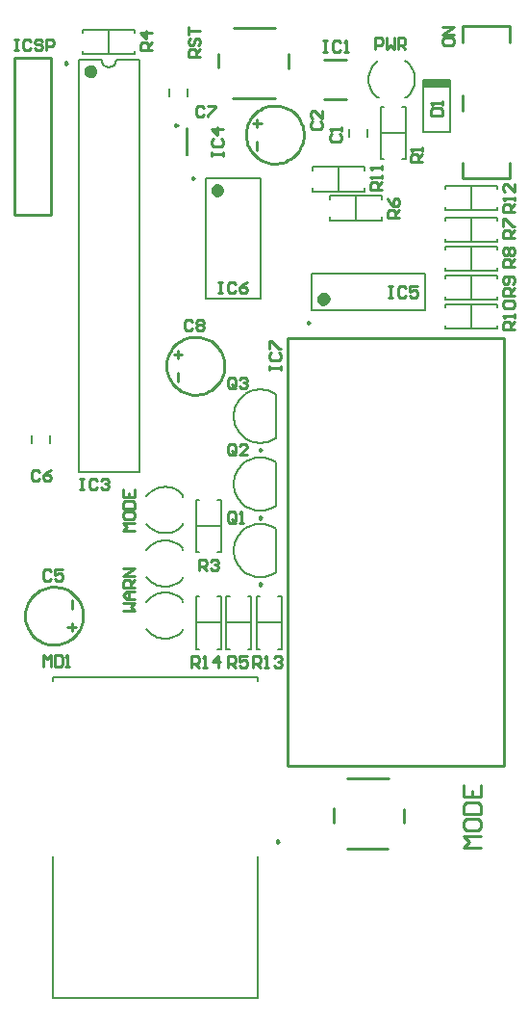
<source format=gto>
G04*
G04 #@! TF.GenerationSoftware,Altium Limited,Altium Designer,20.2.3 (150)*
G04*
G04 Layer_Color=65535*
%FSLAX25Y25*%
%MOIN*%
G70*
G04*
G04 #@! TF.SameCoordinates,B26AD540-6E08-4B25-974C-445F4708D01E*
G04*
G04*
G04 #@! TF.FilePolarity,Positive*
G04*
G01*
G75*
%ADD10C,0.00787*%
%ADD11C,0.00984*%
%ADD12C,0.02362*%
%ADD13C,0.01000*%
%ADD14R,0.09291X0.02622*%
D10*
X541200Y192200D02*
X540501Y192919D01*
X539718Y193546D01*
X538862Y194069D01*
X537948Y194482D01*
X536990Y194778D01*
X536002Y194951D01*
X535000Y195000D01*
X535000Y179000D02*
X536003Y179057D01*
X536991Y179237D01*
X537949Y179538D01*
X538863Y179955D01*
X539718Y180482D01*
X540501Y181111D01*
X541200Y181832D01*
X528544Y182275D02*
X529142Y181552D01*
X529820Y180903D01*
X530570Y180339D01*
X531380Y179866D01*
X532241Y179491D01*
X533139Y179219D01*
X534063Y179055D01*
X535000Y179000D01*
Y195000D02*
X534063Y194945D01*
X533139Y194781D01*
X532241Y194509D01*
X531380Y194134D01*
X530570Y193661D01*
X529820Y193097D01*
X529142Y192448D01*
X528544Y191725D01*
X573256Y217114D02*
X572399Y217639D01*
X571490Y218069D01*
X570539Y218397D01*
X569558Y218620D01*
X568559Y218735D01*
X567553Y218741D01*
X566553Y218638D01*
X565570Y218427D01*
X564615Y218110D01*
X563700Y217692D01*
X562837Y217177D01*
X562034Y216571D01*
X561302Y215882D01*
X560648Y215117D01*
X560082Y214286D01*
X559610Y213398D01*
X559236Y212465D01*
X558966Y211496D01*
X558803Y210504D01*
X558748Y209499D01*
X558803Y208495D01*
X558966Y207503D01*
X559236Y206534D01*
X559610Y205600D01*
X560083Y204713D01*
X560649Y203882D01*
X561303Y203117D01*
X562035Y202428D01*
X562838Y201822D01*
X563702Y201307D01*
X564616Y200889D01*
X565571Y200572D01*
X566554Y200362D01*
X567555Y200259D01*
X568561Y200265D01*
X569560Y200380D01*
X570540Y200604D01*
X571491Y200932D01*
X572400Y201361D01*
X573258Y201887D01*
X573256Y240114D02*
X572399Y240639D01*
X571490Y241069D01*
X570539Y241397D01*
X569558Y241620D01*
X568559Y241735D01*
X567553Y241741D01*
X566553Y241638D01*
X565570Y241427D01*
X564615Y241110D01*
X563700Y240692D01*
X562837Y240177D01*
X562034Y239571D01*
X561302Y238882D01*
X560648Y238117D01*
X560082Y237286D01*
X559610Y236398D01*
X559236Y235465D01*
X558966Y234496D01*
X558803Y233504D01*
X558748Y232499D01*
X558803Y231495D01*
X558966Y230503D01*
X559236Y229534D01*
X559610Y228600D01*
X560083Y227713D01*
X560649Y226882D01*
X561303Y226117D01*
X562035Y225428D01*
X562838Y224822D01*
X563702Y224307D01*
X564616Y223889D01*
X565571Y223572D01*
X566554Y223362D01*
X567555Y223259D01*
X568561Y223265D01*
X569560Y223380D01*
X570540Y223604D01*
X571491Y223932D01*
X572400Y224361D01*
X573258Y224887D01*
X573256Y263614D02*
X572399Y264139D01*
X571490Y264569D01*
X570539Y264897D01*
X569558Y265120D01*
X568559Y265235D01*
X567553Y265241D01*
X566553Y265138D01*
X565570Y264927D01*
X564615Y264611D01*
X563700Y264192D01*
X562837Y263677D01*
X562034Y263071D01*
X561302Y262382D01*
X560648Y261617D01*
X560082Y260786D01*
X559610Y259898D01*
X559236Y258965D01*
X558966Y257996D01*
X558803Y257003D01*
X558748Y255999D01*
X558803Y254995D01*
X558966Y254003D01*
X559236Y253034D01*
X559610Y252100D01*
X560083Y251213D01*
X560649Y250382D01*
X561303Y249617D01*
X562035Y248928D01*
X562838Y248322D01*
X563702Y247807D01*
X564616Y247389D01*
X565571Y247073D01*
X566554Y246862D01*
X567555Y246759D01*
X568561Y246765D01*
X569560Y246881D01*
X570540Y247104D01*
X571491Y247432D01*
X572400Y247862D01*
X573258Y248387D01*
X541200Y210200D02*
X540501Y210919D01*
X539718Y211546D01*
X538862Y212069D01*
X537948Y212482D01*
X536990Y212778D01*
X536002Y212951D01*
X535000Y213000D01*
X535000Y197000D02*
X536003Y197056D01*
X536991Y197237D01*
X537949Y197538D01*
X538863Y197955D01*
X539718Y198482D01*
X540501Y199111D01*
X541200Y199832D01*
X528544Y200275D02*
X529142Y199552D01*
X529820Y198903D01*
X530570Y198338D01*
X531380Y197866D01*
X532241Y197491D01*
X533139Y197219D01*
X534063Y197055D01*
X535000Y197000D01*
Y213000D02*
X534063Y212945D01*
X533139Y212781D01*
X532241Y212509D01*
X531380Y212134D01*
X530570Y211662D01*
X529820Y211097D01*
X529142Y210448D01*
X528544Y209725D01*
X541200Y228700D02*
X540501Y229419D01*
X539718Y230046D01*
X538862Y230569D01*
X537948Y230982D01*
X536990Y231278D01*
X536002Y231451D01*
X535000Y231500D01*
X535000Y215500D02*
X536003Y215557D01*
X536991Y215737D01*
X537949Y216038D01*
X538863Y216455D01*
X539718Y216982D01*
X540501Y217611D01*
X541200Y218332D01*
X528544Y218775D02*
X529142Y218052D01*
X529820Y217403D01*
X530570Y216839D01*
X531380Y216366D01*
X532241Y215991D01*
X533139Y215719D01*
X534063Y215555D01*
X535000Y215500D01*
Y231500D02*
X534063Y231445D01*
X533139Y231281D01*
X532241Y231009D01*
X531380Y230634D01*
X530570Y230161D01*
X529820Y229597D01*
X529142Y228948D01*
X528544Y228225D01*
X513000Y379260D02*
X513190Y378303D01*
X513732Y377492D01*
X514543Y376950D01*
X515500Y376760D01*
X516457Y376950D01*
X517268Y377492D01*
X517810Y378303D01*
X518000Y379260D01*
X618700Y366300D02*
X619419Y366999D01*
X620046Y367782D01*
X620569Y368638D01*
X620982Y369552D01*
X621278Y370510D01*
X621451Y371498D01*
X621500Y372500D01*
X605500Y372500D02*
X605556Y371497D01*
X605737Y370509D01*
X606038Y369551D01*
X606455Y368637D01*
X606982Y367782D01*
X607611Y366999D01*
X608332Y366300D01*
X608775Y378956D02*
X608052Y378358D01*
X607403Y377680D01*
X606839Y376930D01*
X606366Y376120D01*
X605991Y375259D01*
X605719Y374361D01*
X605555Y373437D01*
X605500Y372500D01*
X621500D02*
X621445Y373437D01*
X621281Y374361D01*
X621009Y375259D01*
X620634Y376120D01*
X620161Y376930D01*
X619597Y377680D01*
X618948Y378358D01*
X618225Y378956D01*
X624449Y354183D02*
Y372431D01*
X633740D01*
Y354183D02*
Y372431D01*
X624449Y354183D02*
X633740D01*
X541200Y191571D02*
Y192100D01*
Y181900D02*
Y182429D01*
X545669Y184500D02*
X554331D01*
X553150Y175445D02*
X554331D01*
Y193555D01*
X553150D02*
X554331D01*
X545669D02*
X546850D01*
X545669Y175445D02*
Y193555D01*
Y175445D02*
X546850D01*
X585815Y292701D02*
X625185D01*
X585815Y305299D02*
X625185D01*
X585815Y292701D02*
Y305299D01*
X625185Y292701D02*
Y305299D01*
X566669Y184500D02*
X575331D01*
X574150Y175445D02*
X575331D01*
Y193555D01*
X574150D02*
X575331D01*
X566669D02*
X567850D01*
X566669Y175445D02*
Y193555D01*
Y175445D02*
X567850D01*
X549051Y296831D02*
Y338169D01*
X567949Y296831D02*
Y338169D01*
X549051D02*
X567949D01*
X549051Y296831D02*
X567949D01*
X601000Y323669D02*
Y332331D01*
X610055Y331150D02*
Y332331D01*
X591945D02*
X610055D01*
X591945Y331150D02*
Y332331D01*
Y323669D02*
Y324850D01*
Y323669D02*
X610055D01*
Y324850D01*
X641000Y316169D02*
Y324831D01*
X650055Y323650D02*
Y324831D01*
X631945D02*
X650055D01*
X631945Y323650D02*
Y324831D01*
Y316169D02*
Y317350D01*
Y316169D02*
X650055D01*
Y317350D01*
X641012Y306169D02*
Y314831D01*
X650067Y313650D02*
Y314831D01*
X631957D02*
X650067D01*
X631957Y313650D02*
Y314831D01*
Y306169D02*
Y307350D01*
Y306169D02*
X650067D01*
Y307350D01*
X641012Y296169D02*
Y304831D01*
X650067Y303650D02*
Y304831D01*
X631957D02*
X650067D01*
X631957Y303650D02*
Y304831D01*
Y296169D02*
Y297350D01*
Y296169D02*
X650067D01*
Y297350D01*
X641024Y286169D02*
Y294831D01*
X650079Y293650D02*
Y294831D01*
X631968D02*
X650079D01*
X631968Y293650D02*
Y294831D01*
Y286169D02*
Y287350D01*
Y286169D02*
X650079D01*
Y287350D01*
X595000Y333669D02*
Y342331D01*
X604055Y341150D02*
Y342331D01*
X585945D02*
X604055D01*
X585945Y341150D02*
Y342331D01*
Y333669D02*
Y334850D01*
Y333669D02*
X604055D01*
Y334850D01*
X641000Y327169D02*
Y335831D01*
X650055Y334650D02*
Y335831D01*
X631945D02*
X650055D01*
X631945Y334650D02*
Y335831D01*
Y327169D02*
Y328350D01*
Y327169D02*
X650055D01*
Y328350D01*
X573256Y201887D02*
Y217113D01*
Y224887D02*
Y240113D01*
Y248387D02*
Y263613D01*
X556169Y184500D02*
X564831D01*
X563650Y175445D02*
X564831D01*
Y193555D01*
X563650D02*
X564831D01*
X556169D02*
X557350D01*
X556169Y175445D02*
Y193555D01*
Y175445D02*
X557350D01*
X545669Y218000D02*
X554331D01*
X553150Y208945D02*
X554331D01*
Y227055D01*
X553150D02*
X554331D01*
X545669D02*
X546850D01*
X545669Y208945D02*
Y227055D01*
Y208945D02*
X546850D01*
X541200Y209571D02*
Y210100D01*
Y199900D02*
Y200429D01*
Y228071D02*
Y228600D01*
Y218400D02*
Y218929D01*
X495150Y246622D02*
Y249378D01*
X488850Y246622D02*
Y249378D01*
X515500Y381169D02*
Y389831D01*
X506445Y381169D02*
Y382350D01*
Y381169D02*
X524555D01*
Y382350D01*
Y388650D02*
Y389831D01*
X506445D02*
X524555D01*
X506445Y388650D02*
Y389831D01*
X505067Y236740D02*
Y379260D01*
X525933Y236740D02*
Y379260D01*
X505067D02*
X513000D01*
X518000D02*
X525933D01*
X505067Y236740D02*
X525933D01*
X542650Y366622D02*
Y369378D01*
X536350Y366622D02*
Y369378D01*
X542303Y355528D02*
X542697D01*
X542303Y346472D02*
X542697D01*
X542303D02*
Y355528D01*
X542697Y346472D02*
Y355528D01*
X598850Y352622D02*
Y355378D01*
X605150Y352622D02*
Y355378D01*
X618071Y366300D02*
X618600D01*
X608400D02*
X608929D01*
X609669Y354000D02*
X618331D01*
X617150Y344945D02*
X618331D01*
Y363055D01*
X617150D02*
X618331D01*
X609669D02*
X610850D01*
X609669Y344945D02*
Y363055D01*
Y344945D02*
X610850D01*
X567000Y54500D02*
Y103524D01*
Y164476D02*
Y165500D01*
X496000D02*
X567000D01*
X496000Y54500D02*
Y103524D01*
Y164476D02*
Y165500D01*
Y54500D02*
X567000D01*
D11*
X585146Y288272D02*
X584408Y288698D01*
Y287845D01*
X585146Y288272D01*
X545114Y338347D02*
X544376Y338773D01*
Y337920D01*
X545114Y338347D01*
X568492Y197886D02*
X567754Y198312D01*
Y197460D01*
X568492Y197886D01*
Y220886D02*
X567754Y221312D01*
Y220460D01*
X568492Y220886D01*
Y244386D02*
X567754Y244812D01*
Y243960D01*
X568492Y244386D01*
X500992Y378118D02*
X500254Y378544D01*
Y377692D01*
X500992Y378118D01*
X539252Y356610D02*
X538514Y357036D01*
Y356184D01*
X539252Y356610D01*
X574477Y108740D02*
X573739Y109166D01*
Y108314D01*
X574477Y108740D01*
D12*
X590933Y296638D02*
X590488Y297561D01*
X589489Y297789D01*
X588688Y297150D01*
Y296125D01*
X589489Y295486D01*
X590488Y295714D01*
X590933Y296638D01*
X554169Y334232D02*
X553725Y335156D01*
X552725Y335384D01*
X551924Y334745D01*
Y333720D01*
X552725Y333081D01*
X553725Y333309D01*
X554169Y334232D01*
X510185Y375323D02*
X509740Y376246D01*
X508741Y376474D01*
X507940Y375835D01*
Y374810D01*
X508741Y374171D01*
X509740Y374399D01*
X510185Y375323D01*
D13*
X506539Y186937D02*
X506490Y187937D01*
X506340Y188926D01*
X506093Y189896D01*
X505751Y190837D01*
X505317Y191738D01*
X504795Y192592D01*
X504191Y193390D01*
X503510Y194124D01*
X502759Y194786D01*
X501947Y195370D01*
X501080Y195871D01*
X500168Y196282D01*
X499219Y196601D01*
X498243Y196824D01*
X497250Y196948D01*
X496250Y196973D01*
X495252Y196898D01*
X494266Y196725D01*
X493303Y196454D01*
X492371Y196088D01*
X491480Y195631D01*
X490640Y195088D01*
X489857Y194464D01*
X489141Y193765D01*
X488497Y192999D01*
X487933Y192172D01*
X487455Y191293D01*
X487066Y190371D01*
X486771Y189414D01*
X486573Y188433D01*
X486473Y187437D01*
Y186437D01*
X486573Y185441D01*
X486771Y184460D01*
X487066Y183503D01*
X487455Y182581D01*
X487933Y181702D01*
X488497Y180875D01*
X489141Y180108D01*
X489857Y179410D01*
X490640Y178786D01*
X491480Y178243D01*
X492371Y177786D01*
X493303Y177420D01*
X494266Y177149D01*
X495252Y176976D01*
X496250Y176901D01*
X497250Y176926D01*
X498243Y177050D01*
X499219Y177273D01*
X500168Y177592D01*
X501080Y178003D01*
X501947Y178504D01*
X502759Y179088D01*
X503510Y179750D01*
X504191Y180484D01*
X504795Y181282D01*
X505317Y182136D01*
X505751Y183037D01*
X506093Y183978D01*
X506340Y184948D01*
X506490Y185937D01*
X506539Y186937D01*
X555539Y273437D02*
X555489Y274437D01*
X555340Y275426D01*
X555093Y276396D01*
X554751Y277337D01*
X554317Y278238D01*
X553795Y279092D01*
X553191Y279890D01*
X552510Y280624D01*
X551759Y281286D01*
X550947Y281870D01*
X550080Y282371D01*
X549168Y282782D01*
X548219Y283101D01*
X547243Y283324D01*
X546250Y283448D01*
X545250Y283473D01*
X544252Y283399D01*
X543266Y283225D01*
X542303Y282954D01*
X541371Y282588D01*
X540480Y282131D01*
X539640Y281588D01*
X538857Y280964D01*
X538141Y280265D01*
X537497Y279499D01*
X536934Y278672D01*
X536455Y277793D01*
X536066Y276871D01*
X535771Y275914D01*
X535573Y274933D01*
X535473Y273937D01*
Y272937D01*
X535573Y271941D01*
X535771Y270960D01*
X536066Y270003D01*
X536455Y269081D01*
X536934Y268202D01*
X537497Y267375D01*
X538141Y266609D01*
X538857Y265910D01*
X539640Y265286D01*
X540480Y264743D01*
X541371Y264286D01*
X542303Y263920D01*
X543266Y263649D01*
X544252Y263476D01*
X545250Y263401D01*
X546250Y263426D01*
X547243Y263550D01*
X548219Y263773D01*
X549168Y264092D01*
X550080Y264503D01*
X550947Y265004D01*
X551759Y265588D01*
X552510Y266250D01*
X553191Y266984D01*
X553795Y267782D01*
X554317Y268636D01*
X554751Y269537D01*
X555093Y270478D01*
X555340Y271448D01*
X555489Y272437D01*
X555539Y273437D01*
X583039Y353437D02*
X582990Y354437D01*
X582840Y355426D01*
X582593Y356396D01*
X582251Y357337D01*
X581817Y358238D01*
X581295Y359092D01*
X580691Y359890D01*
X580010Y360624D01*
X579259Y361286D01*
X578447Y361870D01*
X577580Y362371D01*
X576668Y362782D01*
X575719Y363101D01*
X574743Y363324D01*
X573750Y363448D01*
X572750Y363473D01*
X571752Y363399D01*
X570766Y363225D01*
X569803Y362954D01*
X568871Y362588D01*
X567980Y362131D01*
X567140Y361588D01*
X566357Y360964D01*
X565641Y360265D01*
X564997Y359499D01*
X564433Y358672D01*
X563955Y357793D01*
X563566Y356871D01*
X563271Y355914D01*
X563073Y354933D01*
X562973Y353937D01*
Y352937D01*
X563073Y351941D01*
X563271Y350960D01*
X563566Y350003D01*
X563955Y349081D01*
X564433Y348202D01*
X564997Y347375D01*
X565641Y346608D01*
X566357Y345910D01*
X567140Y345286D01*
X567980Y344743D01*
X568871Y344286D01*
X569803Y343920D01*
X570766Y343649D01*
X571752Y343476D01*
X572750Y343401D01*
X573750Y343426D01*
X574743Y343550D01*
X575719Y343773D01*
X576668Y344092D01*
X577580Y344503D01*
X578447Y345004D01*
X579259Y345588D01*
X580010Y346250D01*
X580691Y346984D01*
X581295Y347782D01*
X581817Y348636D01*
X582251Y349537D01*
X582593Y350478D01*
X582840Y351448D01*
X582990Y352437D01*
X583039Y353437D01*
X598012Y130654D02*
X612579D01*
X617697Y115299D02*
Y120024D01*
X598012Y106244D02*
X612185D01*
X593287Y115299D02*
Y120417D01*
X577480Y134984D02*
X652283D01*
X577480Y283016D02*
X652283D01*
X577480Y134984D02*
Y283016D01*
X652283Y134984D02*
Y283016D01*
X558512Y366063D02*
X573079D01*
X553394Y376693D02*
Y381417D01*
X558906Y390472D02*
X573079D01*
X577803Y376299D02*
Y381417D01*
X502602Y191563D02*
Y192252D01*
Y189496D02*
Y190185D01*
Y191563D01*
Y183689D02*
Y184378D01*
Y181622D02*
Y182311D01*
Y183689D01*
X501224Y183000D02*
X503980D01*
X495299Y325756D02*
Y380087D01*
X482701Y325756D02*
X495299D01*
X482701D02*
Y380087D01*
X495299D01*
X539398Y268122D02*
Y268811D01*
Y270189D02*
Y270878D01*
Y268811D02*
Y270189D01*
Y275996D02*
Y276685D01*
Y278063D02*
Y278752D01*
Y276685D02*
Y278063D01*
X538020Y277374D02*
X540776D01*
X566898Y348122D02*
Y348811D01*
Y350189D02*
Y350878D01*
Y348811D02*
Y350189D01*
Y355996D02*
Y356685D01*
Y358063D02*
Y358752D01*
Y356685D02*
Y358063D01*
X565520Y357374D02*
X568276D01*
X590158Y379390D02*
X597638D01*
X590158Y365610D02*
X597638D01*
X637925Y338390D02*
Y343508D01*
Y338390D02*
X654461D01*
Y343508D01*
X637925Y391146D02*
X654461D01*
Y385240D02*
Y391146D01*
X637925Y385240D02*
Y391146D01*
Y361618D02*
Y367130D01*
X544080Y169032D02*
Y172968D01*
X546048D01*
X546704Y172312D01*
Y171000D01*
X546048Y170344D01*
X544080D01*
X545392D02*
X546704Y169032D01*
X548016D02*
X549328D01*
X548672D01*
Y172968D01*
X548016Y172312D01*
X553264Y169032D02*
Y172968D01*
X551296Y171000D01*
X553920D01*
X612580Y300968D02*
X613892D01*
X613236D01*
Y297032D01*
X612580D01*
X613892D01*
X618484Y300312D02*
X617828Y300968D01*
X616516D01*
X615860Y300312D01*
Y297688D01*
X616516Y297032D01*
X617828D01*
X618484Y297688D01*
X622420Y300968D02*
X619796D01*
Y299000D01*
X621108Y299656D01*
X621764D01*
X622420Y299000D01*
Y297688D01*
X621764Y297032D01*
X620452D01*
X619796Y297688D01*
X644452Y106677D02*
X638548D01*
X640516Y108645D01*
X638548Y110612D01*
X644452D01*
X638548Y115532D02*
Y113564D01*
X639532Y112580D01*
X643468D01*
X644452Y113564D01*
Y115532D01*
X643468Y116516D01*
X639532D01*
X638548Y115532D01*
Y118484D02*
X644452D01*
Y121436D01*
X643468Y122420D01*
X639532D01*
X638548Y121436D01*
Y118484D01*
Y128323D02*
Y124388D01*
X644452D01*
Y128323D01*
X641500Y124388D02*
Y126355D01*
X565580Y169032D02*
Y172968D01*
X567548D01*
X568204Y172312D01*
Y171000D01*
X567548Y170344D01*
X565580D01*
X566892D02*
X568204Y169032D01*
X569516D02*
X570828D01*
X570172D01*
Y172968D01*
X569516Y172312D01*
X572796D02*
X573452Y172968D01*
X574764D01*
X575420Y172312D01*
Y171656D01*
X574764Y171000D01*
X574108D01*
X574764D01*
X575420Y170344D01*
Y169688D01*
X574764Y169032D01*
X573452D01*
X572796Y169688D01*
X655968Y326580D02*
X652032D01*
Y328548D01*
X652688Y329204D01*
X654000D01*
X654656Y328548D01*
Y326580D01*
Y327892D02*
X655968Y329204D01*
Y330516D02*
Y331828D01*
Y331172D01*
X652032D01*
X652688Y330516D01*
X655968Y336420D02*
Y333796D01*
X653344Y336420D01*
X652688D01*
X652032Y335764D01*
Y334452D01*
X652688Y333796D01*
X609968Y334236D02*
X606032D01*
Y336204D01*
X606688Y336860D01*
X608000D01*
X608656Y336204D01*
Y334236D01*
Y335548D02*
X609968Y336860D01*
Y338172D02*
Y339484D01*
Y338828D01*
X606032D01*
X606688Y338172D01*
X609968Y341452D02*
Y342764D01*
Y342108D01*
X606032D01*
X606688Y341452D01*
X655980Y286080D02*
X652044D01*
Y288048D01*
X652700Y288704D01*
X654012D01*
X654668Y288048D01*
Y286080D01*
Y287392D02*
X655980Y288704D01*
Y290016D02*
Y291328D01*
Y290672D01*
X652044D01*
X652700Y290016D01*
Y293296D02*
X652044Y293952D01*
Y295264D01*
X652700Y295920D01*
X655324D01*
X655980Y295264D01*
Y293952D01*
X655324Y293296D01*
X652700D01*
X655980Y297720D02*
X652044D01*
Y299688D01*
X652700Y300344D01*
X654012D01*
X654668Y299688D01*
Y297720D01*
Y299032D02*
X655980Y300344D01*
X655324Y301656D02*
X655980Y302312D01*
Y303624D01*
X655324Y304280D01*
X652700D01*
X652044Y303624D01*
Y302312D01*
X652700Y301656D01*
X653356D01*
X654012Y302312D01*
Y304280D01*
X655980Y307720D02*
X652044D01*
Y309688D01*
X652700Y310344D01*
X654012D01*
X654668Y309688D01*
Y307720D01*
Y309032D02*
X655980Y310344D01*
X652700Y311656D02*
X652044Y312312D01*
Y313624D01*
X652700Y314280D01*
X653356D01*
X654012Y313624D01*
X654668Y314280D01*
X655324D01*
X655980Y313624D01*
Y312312D01*
X655324Y311656D01*
X654668D01*
X654012Y312312D01*
X653356Y311656D01*
X652700D01*
X654012Y312312D02*
Y313624D01*
X655968Y317720D02*
X652032D01*
Y319688D01*
X652688Y320344D01*
X654000D01*
X654656Y319688D01*
Y317720D01*
Y319032D02*
X655968Y320344D01*
X652032Y321656D02*
Y324280D01*
X652688D01*
X655312Y321656D01*
X655968D01*
X615968Y324720D02*
X612032D01*
Y326688D01*
X612688Y327344D01*
X614000D01*
X614656Y326688D01*
Y324720D01*
Y326032D02*
X615968Y327344D01*
X612032Y331280D02*
X612688Y329968D01*
X614000Y328656D01*
X615312D01*
X615968Y329312D01*
Y330624D01*
X615312Y331280D01*
X614656D01*
X614000Y330624D01*
Y328656D01*
X559344Y266188D02*
Y268812D01*
X558688Y269468D01*
X557376D01*
X556720Y268812D01*
Y266188D01*
X557376Y265532D01*
X558688D01*
X558032Y266844D02*
X559344Y265532D01*
X558688D02*
X559344Y266188D01*
X560656Y268812D02*
X561312Y269468D01*
X562624D01*
X563280Y268812D01*
Y268156D01*
X562624Y267500D01*
X561968D01*
X562624D01*
X563280Y266844D01*
Y266188D01*
X562624Y265532D01*
X561312D01*
X560656Y266188D01*
X559344Y243188D02*
Y245812D01*
X558688Y246468D01*
X557376D01*
X556720Y245812D01*
Y243188D01*
X557376Y242532D01*
X558688D01*
X558032Y243844D02*
X559344Y242532D01*
X558688D02*
X559344Y243188D01*
X563280Y242532D02*
X560656D01*
X563280Y245156D01*
Y245812D01*
X562624Y246468D01*
X561312D01*
X560656Y245812D01*
X559500Y219688D02*
Y222312D01*
X558844Y222968D01*
X557532D01*
X556876Y222312D01*
Y219688D01*
X557532Y219032D01*
X558844D01*
X558188Y220344D02*
X559500Y219032D01*
X558844D02*
X559500Y219688D01*
X560812Y219032D02*
X562124D01*
X561468D01*
Y222968D01*
X560812Y222312D01*
X571032Y272080D02*
Y273392D01*
Y272736D01*
X574968D01*
Y272080D01*
Y273392D01*
X571688Y277984D02*
X571032Y277328D01*
Y276016D01*
X571688Y275360D01*
X574312D01*
X574968Y276016D01*
Y277328D01*
X574312Y277984D01*
X571032Y279296D02*
Y281920D01*
X571688D01*
X574312Y279296D01*
X574968D01*
X553580Y302468D02*
X554892D01*
X554236D01*
Y298532D01*
X553580D01*
X554892D01*
X559484Y301812D02*
X558828Y302468D01*
X557516D01*
X556860Y301812D01*
Y299188D01*
X557516Y298532D01*
X558828D01*
X559484Y299188D01*
X563420Y302468D02*
X562108Y301812D01*
X560796Y300500D01*
Y299188D01*
X561452Y298532D01*
X562764D01*
X563420Y299188D01*
Y299844D01*
X562764Y300500D01*
X560796D01*
X551032Y346080D02*
Y347392D01*
Y346736D01*
X554968D01*
Y346080D01*
Y347392D01*
X551688Y351984D02*
X551032Y351328D01*
Y350016D01*
X551688Y349360D01*
X554312D01*
X554968Y350016D01*
Y351328D01*
X554312Y351984D01*
X554968Y355264D02*
X551032D01*
X553000Y353296D01*
Y355920D01*
X546968Y380252D02*
X543032D01*
Y382220D01*
X543688Y382876D01*
X545000D01*
X545656Y382220D01*
Y380252D01*
Y381564D02*
X546968Y382876D01*
X543688Y386812D02*
X543032Y386156D01*
Y384844D01*
X543688Y384188D01*
X544344D01*
X545000Y384844D01*
Y386156D01*
X545656Y386812D01*
X546312D01*
X546968Y386156D01*
Y384844D01*
X546312Y384188D01*
X543032Y388124D02*
Y390748D01*
Y389436D01*
X546968D01*
X631032Y386188D02*
Y384876D01*
X631688Y384220D01*
X634312D01*
X634968Y384876D01*
Y386188D01*
X634312Y386844D01*
X631688D01*
X631032Y386188D01*
X634968Y388156D02*
X631032D01*
X634968Y390780D01*
X631032D01*
X556720Y169032D02*
Y172968D01*
X558688D01*
X559344Y172312D01*
Y171000D01*
X558688Y170344D01*
X556720D01*
X558032D02*
X559344Y169032D01*
X563280Y172968D02*
X560656D01*
Y171000D01*
X561968Y171656D01*
X562624D01*
X563280Y171000D01*
Y169688D01*
X562624Y169032D01*
X561312D01*
X560656Y169688D01*
X530468Y382720D02*
X526532D01*
Y384688D01*
X527188Y385344D01*
X528500D01*
X529156Y384688D01*
Y382720D01*
Y384032D02*
X530468Y385344D01*
Y388624D02*
X526532D01*
X528500Y386656D01*
Y389280D01*
X546720Y202532D02*
Y206468D01*
X548688D01*
X549344Y205812D01*
Y204500D01*
X548688Y203844D01*
X546720D01*
X548032D02*
X549344Y202532D01*
X550656Y205812D02*
X551312Y206468D01*
X552624D01*
X553280Y205812D01*
Y205156D01*
X552624Y204500D01*
X551968D01*
X552624D01*
X553280Y203844D01*
Y203188D01*
X552624Y202532D01*
X551312D01*
X550656Y203188D01*
X623968Y343876D02*
X620032D01*
Y345844D01*
X620688Y346500D01*
X622000D01*
X622656Y345844D01*
Y343876D01*
Y345188D02*
X623968Y346500D01*
Y347812D02*
Y349124D01*
Y348468D01*
X620032D01*
X620688Y347812D01*
X492700Y169300D02*
Y173236D01*
X494012Y171924D01*
X495324Y173236D01*
Y169300D01*
X496636Y173236D02*
Y169300D01*
X498604D01*
X499260Y169956D01*
Y172580D01*
X498604Y173236D01*
X496636D01*
X500571Y169300D02*
X501883D01*
X501227D01*
Y173236D01*
X500571Y172580D01*
X520532Y188785D02*
X524468D01*
X523156Y190096D01*
X524468Y191408D01*
X520532D01*
X524468Y192720D02*
X521844D01*
X520532Y194032D01*
X521844Y195344D01*
X524468D01*
X522500D01*
Y192720D01*
X524468Y196656D02*
X520532D01*
Y198624D01*
X521188Y199280D01*
X522500D01*
X523156Y198624D01*
Y196656D01*
Y197968D02*
X524468Y199280D01*
Y200592D02*
X520532D01*
X524468Y203216D01*
X520532D01*
X524468Y216284D02*
X520532D01*
X521844Y217596D01*
X520532Y218908D01*
X524468D01*
X520532Y222188D02*
Y220876D01*
X521188Y220220D01*
X523812D01*
X524468Y220876D01*
Y222188D01*
X523812Y222844D01*
X521188D01*
X520532Y222188D01*
Y224156D02*
X524468D01*
Y226124D01*
X523812Y226780D01*
X521188D01*
X520532Y226124D01*
Y224156D01*
Y230715D02*
Y228092D01*
X524468D01*
Y230715D01*
X522500Y228092D02*
Y229404D01*
X607752Y383032D02*
Y386968D01*
X609720D01*
X610376Y386312D01*
Y385000D01*
X609720Y384344D01*
X607752D01*
X611688Y386968D02*
Y383032D01*
X613000Y384344D01*
X614312Y383032D01*
Y386968D01*
X615624Y383032D02*
Y386968D01*
X617592D01*
X618248Y386312D01*
Y385000D01*
X617592Y384344D01*
X615624D01*
X616936D02*
X618248Y383032D01*
X482613Y386468D02*
X483924D01*
X483268D01*
Y382532D01*
X482613D01*
X483924D01*
X488516Y385812D02*
X487860Y386468D01*
X486548D01*
X485892Y385812D01*
Y383188D01*
X486548Y382532D01*
X487860D01*
X488516Y383188D01*
X492452Y385812D02*
X491796Y386468D01*
X490484D01*
X489828Y385812D01*
Y385156D01*
X490484Y384500D01*
X491796D01*
X492452Y383844D01*
Y383188D01*
X491796Y382532D01*
X490484D01*
X489828Y383188D01*
X493764Y382532D02*
Y386468D01*
X495732D01*
X496387Y385812D01*
Y384500D01*
X495732Y383844D01*
X493764D01*
X505580Y234468D02*
X506892D01*
X506236D01*
Y230532D01*
X505580D01*
X506892D01*
X511484Y233812D02*
X510828Y234468D01*
X509516D01*
X508860Y233812D01*
Y231188D01*
X509516Y230532D01*
X510828D01*
X511484Y231188D01*
X512796Y233812D02*
X513452Y234468D01*
X514764D01*
X515420Y233812D01*
Y233156D01*
X514764Y232500D01*
X514108D01*
X514764D01*
X515420Y231844D01*
Y231188D01*
X514764Y230532D01*
X513452D01*
X512796Y231188D01*
X589736Y385968D02*
X591048D01*
X590392D01*
Y382032D01*
X589736D01*
X591048D01*
X595640Y385312D02*
X594984Y385968D01*
X593672D01*
X593016Y385312D01*
Y382688D01*
X593672Y382032D01*
X594984D01*
X595640Y382688D01*
X596952Y382032D02*
X598264D01*
X597608D01*
Y385968D01*
X596952Y385312D01*
X627008Y359896D02*
X630944D01*
Y361864D01*
X630288Y362520D01*
X627665D01*
X627008Y361864D01*
Y359896D01*
X630944Y363832D02*
Y365143D01*
Y364488D01*
X627008D01*
X627665Y363832D01*
X544344Y288812D02*
X543688Y289468D01*
X542376D01*
X541720Y288812D01*
Y286188D01*
X542376Y285532D01*
X543688D01*
X544344Y286188D01*
X545656Y288812D02*
X546312Y289468D01*
X547624D01*
X548280Y288812D01*
Y288156D01*
X547624Y287500D01*
X548280Y286844D01*
Y286188D01*
X547624Y285532D01*
X546312D01*
X545656Y286188D01*
Y286844D01*
X546312Y287500D01*
X545656Y288156D01*
Y288812D01*
X546312Y287500D02*
X547624D01*
X548344Y362812D02*
X547688Y363468D01*
X546376D01*
X545720Y362812D01*
Y360188D01*
X546376Y359532D01*
X547688D01*
X548344Y360188D01*
X549656Y363468D02*
X552280D01*
Y362812D01*
X549656Y360188D01*
Y359532D01*
X491344Y236812D02*
X490688Y237468D01*
X489376D01*
X488720Y236812D01*
Y234188D01*
X489376Y233532D01*
X490688D01*
X491344Y234188D01*
X495280Y237468D02*
X493968Y236812D01*
X492656Y235500D01*
Y234188D01*
X493312Y233532D01*
X494624D01*
X495280Y234188D01*
Y234844D01*
X494624Y235500D01*
X492656D01*
X495344Y202312D02*
X494688Y202968D01*
X493376D01*
X492720Y202312D01*
Y199688D01*
X493376Y199032D01*
X494688D01*
X495344Y199688D01*
X499280Y202968D02*
X496656D01*
Y201000D01*
X497968Y201656D01*
X498624D01*
X499280Y201000D01*
Y199688D01*
X498624Y199032D01*
X497312D01*
X496656Y199688D01*
X586188Y357844D02*
X585532Y357188D01*
Y355876D01*
X586188Y355220D01*
X588812D01*
X589468Y355876D01*
Y357188D01*
X588812Y357844D01*
X589468Y361780D02*
Y359156D01*
X586844Y361780D01*
X586188D01*
X585532Y361124D01*
Y359812D01*
X586188Y359156D01*
X592688Y353500D02*
X592032Y352844D01*
Y351532D01*
X592688Y350876D01*
X595312D01*
X595968Y351532D01*
Y352844D01*
X595312Y353500D01*
X595968Y354812D02*
Y356124D01*
Y355468D01*
X592032D01*
X592688Y354812D01*
D14*
X629094Y371118D02*
D03*
M02*

</source>
